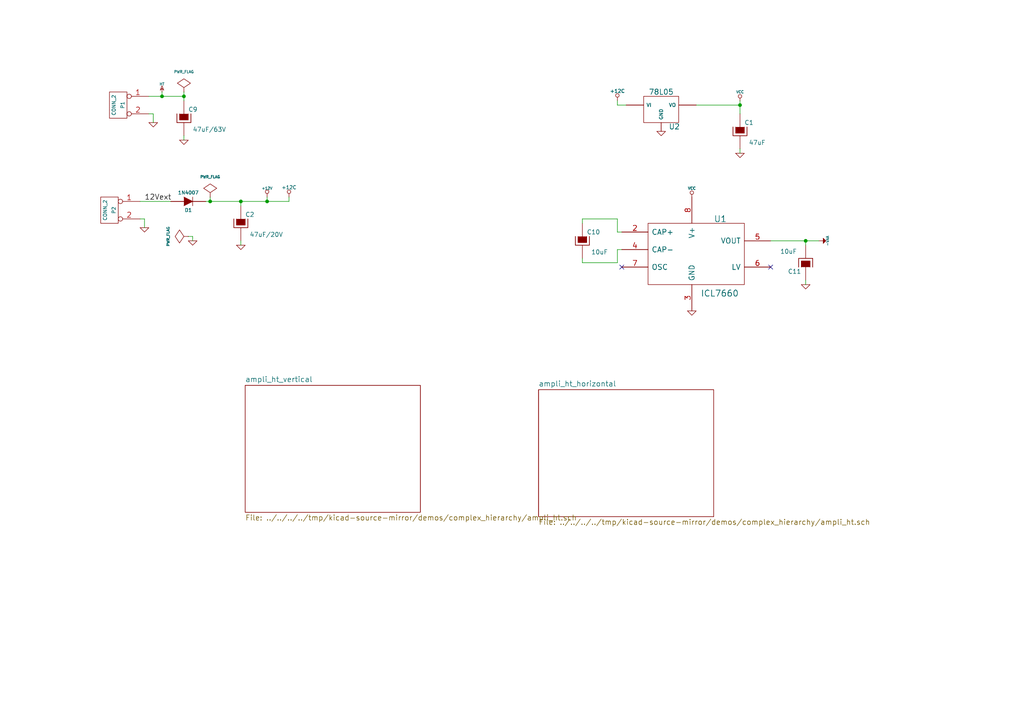
<source format=kicad_sch>
(kicad_sch (version 20230121) (generator eeschema)
  (paper "A4")
  (title_block (date "1 apr 2010"))
  (lib_symbols
    (symbol "complex_hierarchy-rescue:+12C" (power) (pin_numbers hide) (pin_names (offset 0))
      (property "Value" "+12C" (at 0 2.794 0))
      (symbol "+12C_0_0"
        (pin power_in line (at 0 0 90) (length 0) hide (name "+12C") (number "1"))
      )
      (symbol "+12C_0_1"
        (polyline (pts (xy 0 0) (xy 0 1.016) (xy 0 1.016) (xy 0 1.016)))
        (circle (center 0 1.524) (radius 0.508))
      )
    )
    (symbol "complex_hierarchy-rescue:+12V" (power) (pin_numbers hide) (pin_names (offset 0))
      (property "Value" "+12V" (at 0 2.54 0))
      (symbol "+12V_0_0"
        (pin power_in line (at 0 0 90) (length 0) hide (name "+12V") (number "1"))
      )
      (symbol "+12V_0_1"
        (polyline (pts (xy 0 0) (xy 0 1.016) (xy 0 1.016)))
        (circle (center 0 1.524) (radius 0.508))
      )
    )
    (symbol "complex_hierarchy-rescue:-VAA" (power) (pin_names (offset 0))
      (property "Value" "-VAA" (at 0 2.54 0))
      (symbol "-VAA_0_0"
        (pin power_in line (at 0 0 90) (length 0) hide (name "-VAA") (number "1"))
      )
      (symbol "-VAA_0_1"
        (polyline (pts (xy 0 0) (xy 0 1.27) (xy 0 1.27)))
        (polyline (pts (xy 0 2.032) (xy 0.762 1.27) (xy -0.508 1.27) (xy -0.762 1.27) (xy 0 2.032) (xy 0 2.032) (xy 0 2.032)) (fill (type outline)))
      )
    )
    (symbol "complex_hierarchy-rescue:7805" (pin_numbers hide) (pin_names (offset 0.762))
      (property "Reference" "U" (at 3.81 -4.9784 0))
      (property "Value" "7805" (at 0 5.08 0))
      (symbol "7805_0_1"
        (rectangle (start -5.08 -3.81) (end 5.08 3.81))
      )
      (symbol "7805_1_1"
        (pin input line (at 0 -6.35 90) (length 2.54) (name "GND") (number "GND"))
        (pin input line (at -10.16 1.27 0) (length 5.08) (name "VI") (number "VI"))
        (pin power_out line (at 10.16 1.27 180) (length 5.08) (name "VO") (number "VO"))
      )
    )
    (symbol "complex_hierarchy-rescue:CONN_2" (pin_names (offset 1.016) hide)
      (property "Reference" "P" (at -1.27 0 90))
      (property "Value" "CONN_2" (at 1.27 0 90))
      (symbol "CONN_2_0_1"
        (rectangle (start -2.54 3.81) (end 2.54 -3.81))
      )
      (symbol "CONN_2_1_1"
        (pin passive inverted (at -8.89 2.54 0) (length 6.35) (name "P1") (number "1"))
        (pin passive inverted (at -8.89 -2.54 0) (length 6.35) (name "PM") (number "2"))
      )
    )
    (symbol "complex_hierarchy-rescue:CP" (pin_numbers hide) (pin_names (offset 0.254) hide)
      (property "Reference" "C" (at 1.27 2.54 0))
      (property "Value" "CP" (at 1.27 -2.54 0))
      (symbol "CP_0_1"
        (polyline (pts (xy -2.032 1.27) (xy -2.032 -1.27) (xy 2.032 -1.27) (xy 2.032 1.27)) (stroke (width 0.2032)))
        (polyline (pts (xy -1.27 1.27) (xy -1.27 -0.508) (xy 1.27 -0.508) (xy 1.27 1.27)) (fill (type outline)))
      )
      (symbol "CP_1_1"
        (pin passive line (at 0 5.08 270) (length 3.81) (name "~") (number "1"))
        (pin passive line (at 0 -5.08 90) (length 3.81) (name "~") (number "2"))
      )
    )
    (symbol "complex_hierarchy-rescue:DIODE" (pin_numbers hide) (pin_names (offset 1.016) hide)
      (property "Reference" "D" (at 0 2.54 0))
      (property "Value" "DIODE" (at 0 -2.54 0))
      (symbol "DIODE_0_1"
        (polyline (pts (xy 1.27 1.27) (xy 1.27 -1.27)) (stroke (width 0.1524)))
        (polyline (pts (xy -1.27 1.27) (xy 1.27 0) (xy -1.27 -1.27)) (fill (type outline)))
      )
      (symbol "DIODE_1_1"
        (pin passive line (at -5.08 0 0) (length 3.81) (name "A") (number "1"))
        (pin passive line (at 5.08 0 180) (length 3.81) (name "K") (number "2"))
      )
    )
    (symbol "complex_hierarchy-rescue:GND" (power) (pin_names (offset 0))
      (symbol "GND_0_1"
        (polyline (pts (xy -1.27 0) (xy 0 -1.27) (xy 1.27 0) (xy -1.27 0)))
      )
      (symbol "GND_1_1"
        (pin power_in line (at 0 0 90) (length 0) hide (name "GND") (number "1"))
      )
    )
    (symbol "complex_hierarchy-rescue:HT" (power) (pin_names (offset 0))
      (property "Value" "HT" (at 0 2.286 0))
      (symbol "HT_0_0"
        (pin power_in line (at 0 0 90) (length 0) hide (name "HT") (number "1"))
      )
      (symbol "HT_0_1"
        (polyline (pts (xy 0 0) (xy 0 1.016) (xy 0 1.016)))
        (polyline (pts (xy 0 1.016) (xy 0.508 0.508) (xy 0 1.778) (xy -0.508 0.508) (xy 0 1.016) (xy 0 1.016)))
      )
    )
    (symbol "complex_hierarchy-rescue:ICL7660" (pin_names (offset 1.016))
      (property "Reference" "U" (at 5.08 10.16 0))
      (property "Value" "ICL7660" (at 1.27 -11.43 0))
      (symbol "ICL7660_0_1"
        (rectangle (start -13.97 -8.89) (end 13.97 8.89))
      )
      (symbol "ICL7660_1_1"
        (pin input line (at -21.59 6.35 0) (length 7.62) (name "CAP+") (number "2"))
        (pin power_in line (at -1.27 -16.51 90) (length 7.62) (name "GND") (number "3"))
        (pin input line (at -21.59 1.27 0) (length 7.62) (name "CAP-") (number "4"))
        (pin power_out line (at 21.59 3.81 180) (length 7.62) (name "VOUT") (number "5"))
        (pin input line (at 21.59 -3.81 180) (length 7.62) (name "LV") (number "6"))
        (pin input line (at -21.59 -3.81 0) (length 7.62) (name "OSC") (number "7"))
        (pin power_in line (at -1.27 16.51 270) (length 7.62) (name "V+") (number "8"))
      )
    )
    (symbol "complex_hierarchy-rescue:PWR_FLAG" (power) (pin_numbers hide) (pin_names (offset 0) hide)
      (property "Value" "PWR_FLAG" (at 0 4.572 0))
      (symbol "PWR_FLAG_0_0"
        (pin power_out line (at 0 0 90) (length 0) (name "pwr") (number "1"))
      )
      (symbol "PWR_FLAG_0_1"
        (polyline (pts (xy 0 0) (xy 0 1.27) (xy -1.905 2.54) (xy 0 3.81) (xy 1.905 2.54) (xy 0 1.27)))
      )
    )
    (symbol "complex_hierarchy-rescue:VCC" (power) (pin_names (offset 0))
      (property "Value" "VCC" (at 0 2.54 0))
      (symbol "VCC_0_0"
        (pin power_in line (at 0 0 90) (length 0) hide (name "VCC") (number "1"))
      )
      (symbol "VCC_0_1"
        (polyline (pts (xy 0 0) (xy 0 0.762) (xy 0 0.762)))
        (circle (center 0 1.27) (radius 0.508))
      )
    )
  )
  (junction (at 46.99 27.94))
  (junction (at 233.68 69.85))
  (junction (at 77.47 58.42))
  (junction (at 214.63 30.48))
  (junction (at 60.96 58.42))
  (junction (at 53.34 27.94))
  (junction (at 69.85 58.42))
  (no_connect (at 223.52 77.47))
  (no_connect (at 180.34 77.47))
  (wire (pts (xy 53.34 29.21) (xy 53.34 27.94)))
  (wire (pts (xy 201.93 30.48) (xy 214.63 30.48)))
  (wire (pts (xy 44.45 33.02) (xy 44.45 35.56)))
  (wire (pts (xy 69.85 58.42) (xy 77.47 58.42)))
  (wire (pts (xy 168.91 64.77) (xy 168.91 63.5)))
  (wire (pts (xy 43.18 33.02) (xy 44.45 33.02)))
  (wire (pts (xy 69.85 58.42) (xy 69.85 59.69)))
  (wire (pts (xy 46.99 27.94) (xy 43.18 27.94)))
  (wire (pts (xy 233.68 69.85) (xy 237.49 69.85)))
  (wire (pts (xy 53.34 27.94) (xy 46.99 27.94)))
  (wire (pts (xy 60.96 58.42) (xy 60.96 57.15)))
  (wire (pts (xy 77.47 58.42) (xy 83.82 58.42)))
  (wire (pts (xy 54.61 68.58) (xy 55.88 68.58)))
  (wire (pts (xy 46.99 26.67) (xy 46.99 27.94)))
  (wire (pts (xy 53.34 39.37) (xy 53.34 40.64)))
  (wire (pts (xy 60.96 58.42) (xy 69.85 58.42)))
  (wire (pts (xy 69.85 69.85) (xy 69.85 71.12)))
  (wire (pts (xy 168.91 76.2) (xy 179.07 76.2)))
  (wire (pts (xy 223.52 69.85) (xy 233.68 69.85)))
  (wire (pts (xy 233.68 71.12) (xy 233.68 69.85)))
  (wire (pts (xy 59.69 58.42) (xy 60.96 58.42)))
  (wire (pts (xy 214.63 29.21) (xy 214.63 30.48)))
  (wire (pts (xy 168.91 63.5) (xy 179.07 63.5)))
  (wire (pts (xy 179.07 29.21) (xy 179.07 30.48)))
  (wire (pts (xy 40.64 58.42) (xy 49.53 58.42)))
  (wire (pts (xy 233.68 81.28) (xy 233.68 82.55)))
  (wire (pts (xy 179.07 63.5) (xy 179.07 67.31)))
  (wire (pts (xy 41.91 66.04) (xy 41.91 63.5)))
  (wire (pts (xy 77.47 57.15) (xy 77.47 58.42)))
  (wire (pts (xy 41.91 63.5) (xy 40.64 63.5)))
  (wire (pts (xy 179.07 76.2) (xy 179.07 72.39)))
  (wire (pts (xy 168.91 74.93) (xy 168.91 76.2)))
  (wire (pts (xy 214.63 30.48) (xy 214.63 33.02)))
  (wire (pts (xy 53.34 27.94) (xy 53.34 26.67)))
  (wire (pts (xy 83.82 58.42) (xy 83.82 57.15)))
  (wire (pts (xy 55.88 68.58) (xy 55.88 69.85)))
  (wire (pts (xy 214.63 43.18) (xy 214.63 44.45)))
  (wire (pts (xy 179.07 30.48) (xy 181.61 30.48)))
  (wire (pts (xy 179.07 72.39) (xy 180.34 72.39)))
  (wire (pts (xy 179.07 67.31) (xy 180.34 67.31)))
  (label "12Vext" (at 41.91 58.42 0) (effects (font (size 1.524 1.524))))
  (symbol (lib_id "complex_hierarchy-rescue:CONN_2") (at 31.75 60.96 0) (mirror y) (unit 1)
    (property "Reference" "P2" (at 33.02 60.96 90) (effects (font (size 1.016 1.016))))
    (property "Value" "CONN_2" (at 30.48 60.96 90) (effects (font (size 1.016 1.016))))
  )
  (symbol (lib_id "complex_hierarchy-rescue:GND") (at 41.91 66.04 0) (unit 1)
    (property "Reference" "#PWR019" (effects hide))
    (property "Value" "GND" (effects hide))
  )
  (symbol (lib_id "complex_hierarchy-rescue:DIODE") (at 54.61 58.42 0) (mirror x) (unit 1)
    (property "Reference" "D1" (at 54.61 60.96 0) (effects (font (size 1.016 1.016))))
    (property "Value" "1N4007" (at 54.61 55.88 0) (effects (font (size 1.016 1.016))))
  )
  (symbol (lib_id "complex_hierarchy-rescue:CP") (at 69.85 64.77 0) (unit 1)
    (property "Reference" "C2" (at 71.12 62.23 0) (effects (justify left)))
    (property "Value" "47uF/20V" (at 72.39 67.31 0) (effects (justify left top)))
  )
  (symbol (lib_id "complex_hierarchy-rescue:GND") (at 69.85 71.12 0) (unit 1)
    (property "Reference" "#PWR018" (effects hide))
    (property "Value" "GND" (effects hide))
  )
  (symbol (lib_id "complex_hierarchy-rescue:+12V") (at 77.47 57.15 0) (unit 1)
    (property "Reference" "#U017" (effects hide))
    (property "Value" "+12V" (at 77.47 54.61 0) (effects (font (size 0.762 0.762))))
  )
  (symbol (lib_id "complex_hierarchy-rescue:PWR_FLAG") (at 54.61 68.58 90) (unit 1)
    (property "Reference" "#U016" (effects hide))
    (property "Value" "PWR_FLAG" (at 48.768 68.58 0) (effects (font (size 0.762 0.762))))
  )
  (symbol (lib_id "complex_hierarchy-rescue:GND") (at 55.88 69.85 0) (unit 1)
    (property "Reference" "#PWR015" (effects hide))
    (property "Value" "GND" (effects hide))
  )
  (symbol (lib_id "complex_hierarchy-rescue:+12C") (at 83.82 57.15 0) (unit 1)
    (property "Reference" "#PWR014" (effects hide))
    (property "Value" "+12C" (at 83.82 54.356 0) (effects (font (size 1.016 1.016))))
  )
  (symbol (lib_id "complex_hierarchy-rescue:PWR_FLAG") (at 60.96 57.15 0) (unit 1)
    (property "Reference" "#U013" (effects hide))
    (property "Value" "PWR_FLAG" (at 60.96 51.308 0) (effects (font (size 0.762 0.762))))
  )
  (symbol (lib_id "complex_hierarchy-rescue:PWR_FLAG") (at 53.34 26.67 0) (unit 1)
    (property "Reference" "#U012" (effects hide))
    (property "Value" "PWR_FLAG" (at 53.34 20.828 0) (effects (font (size 0.762 0.762))))
  )
  (symbol (lib_id "complex_hierarchy-rescue:+12C") (at 179.07 29.21 0) (unit 1)
    (property "Reference" "#PWR011" (effects hide))
    (property "Value" "+12C" (at 179.07 26.416 0) (effects (font (size 1.016 1.016))))
  )
  (symbol (lib_id "complex_hierarchy-rescue:GND") (at 191.77 38.1 0) (unit 1)
    (property "Reference" "#PWR010" (effects hide))
    (property "Value" "GND" (effects hide))
  )
  (symbol (lib_id "complex_hierarchy-rescue:GND") (at 214.63 44.45 0) (unit 1)
    (property "Reference" "#PWR09" (effects hide))
    (property "Value" "GND" (effects hide))
  )
  (symbol (lib_id "complex_hierarchy-rescue:CP") (at 214.63 38.1 0) (unit 1)
    (property "Reference" "C1" (at 215.9 35.56 0) (effects (justify left)))
    (property "Value" "47uF" (at 217.17 40.64 0) (effects (justify left top)))
  )
  (symbol (lib_id "complex_hierarchy-rescue:HT") (at 46.99 26.67 0) (unit 1)
    (property "Reference" "#PWR08" (effects hide))
    (property "Value" "HT" (at 46.99 24.384 0) (effects (font (size 0.762 0.762))))
  )
  (symbol (lib_id "complex_hierarchy-rescue:CONN_2") (at 34.29 30.48 0) (mirror y) (unit 1)
    (property "Reference" "P1" (at 35.56 30.48 90) (effects (font (size 1.016 1.016))))
    (property "Value" "CONN_2" (at 33.02 30.48 90) (effects (font (size 1.016 1.016))))
  )
  (symbol (lib_id "complex_hierarchy-rescue:GND") (at 44.45 35.56 0) (unit 1)
    (property "Reference" "#PWR07" (effects hide))
    (property "Value" "GND" (effects hide))
  )
  (symbol (lib_id "complex_hierarchy-rescue:GND") (at 53.34 40.64 0) (unit 1)
    (property "Reference" "#PWR06" (effects hide))
    (property "Value" "GND" (effects hide))
  )
  (symbol (lib_id "complex_hierarchy-rescue:CP") (at 53.34 34.29 0) (unit 1)
    (property "Reference" "C9" (at 54.61 31.75 0) (effects (justify left)))
    (property "Value" "47uF/63V" (at 55.88 36.83 0) (effects (justify left top)))
  )
  (symbol (lib_id "complex_hierarchy-rescue:ICL7660") (at 201.93 73.66 0) (unit 1)
    (property "Reference" "U1" (at 207.01 63.5 0) (effects (font (size 1.778 1.778)) (justify left)))
    (property "Value" "ICL7660" (at 203.2 85.09 0) (effects (font (size 1.778 1.778)) (justify left)))
  )
  (symbol (lib_id "complex_hierarchy-rescue:GND") (at 200.66 90.17 0) (unit 1)
    (property "Reference" "#PWR05" (effects hide))
    (property "Value" "GND" (effects hide))
  )
  (symbol (lib_id "complex_hierarchy-rescue:VCC") (at 214.63 29.21 0) (unit 1)
    (property "Reference" "#PWR04" (effects hide))
    (property "Value" "VCC" (at 214.63 26.67 0) (effects (font (size 0.762 0.762))))
  )
  (symbol (lib_id "complex_hierarchy-rescue:VCC") (at 200.66 57.15 0) (unit 1)
    (property "Reference" "#PWR03" (effects hide))
    (property "Value" "VCC" (at 200.66 54.61 0) (effects (font (size 0.762 0.762))))
  )
  (symbol (lib_id "complex_hierarchy-rescue:7805") (at 191.77 31.75 0) (unit 1)
    (property "Reference" "U2" (at 195.58 36.7284 0) (effects (font (size 1.524 1.524))))
    (property "Value" "78L05" (at 191.77 26.67 0) (effects (font (size 1.524 1.524))))
  )
  (symbol (lib_id "complex_hierarchy-rescue:-VAA") (at 237.49 69.85 270) (unit 1)
    (property "Reference" "#PWR02" (effects hide))
    (property "Value" "-VAA" (at 240.03 69.85 0) (effects (font (size 0.762 0.762))))
  )
  (symbol (lib_id "complex_hierarchy-rescue:CP") (at 233.68 76.2 180) (unit 1)
    (property "Reference" "C11" (at 232.41 78.74 0) (effects (justify left)))
    (property "Value" "10uF" (at 231.14 73.66 0) (effects (justify left top)))
  )
  (symbol (lib_id "complex_hierarchy-rescue:GND") (at 233.68 82.55 0) (unit 1)
    (property "Reference" "#PWR01" (effects hide))
    (property "Value" "GND" (effects hide))
  )
  (symbol (lib_id "complex_hierarchy-rescue:CP") (at 168.91 69.85 0) (unit 1)
    (property "Reference" "C10" (at 170.18 67.31 0) (effects (justify left)))
    (property "Value" "10uF" (at 171.45 72.39 0) (effects (justify left top)))
  )
  (sheet (at 71.12 111.76) (size 50.8 36.83)
    (property "Sheetname" "ampli_ht_vertical" (at 71.12 110.9214 0) (effects (font (size 1.524 1.524)) (justify left bottom)))
    (property "Sheetfile" "../../../../tmp/kicad-source-mirror/demos/complex_hierarchy/ampli_ht.sch" (at 71.12 149.2762 0) (effects (font (size 1.524 1.524)) (justify left top)))
  )
  (sheet (at 156.21 113.03) (size 50.8 36.83)
    (property "Sheetname" "ampli_ht_horizontal" (at 156.21 112.1914 0) (effects (font (size 1.524 1.524)) (justify left bottom)))
    (property "Sheetfile" "../../../../tmp/kicad-source-mirror/demos/complex_hierarchy/ampli_ht.sch" (at 156.21 150.5462 0) (effects (font (size 1.524 1.524)) (justify left top)))
  )
)
</source>
